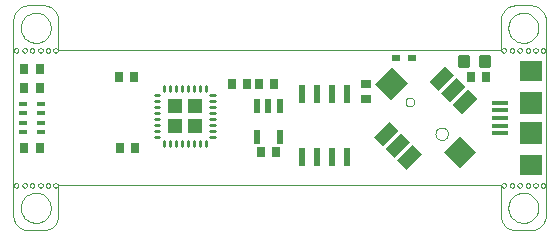
<source format=gtp>
G75*
%MOIN*%
%OFA0B0*%
%FSLAX24Y24*%
%IPPOS*%
%LPD*%
%AMOC8*
5,1,8,0,0,1.08239X$1,22.5*
%
%ADD10C,0.0000*%
%ADD11R,0.0728X0.0433*%
%ADD12R,0.0787X0.0748*%
%ADD13R,0.0551X0.0138*%
%ADD14R,0.0748X0.0709*%
%ADD15R,0.0748X0.0748*%
%ADD16R,0.0236X0.0610*%
%ADD17R,0.0217X0.0472*%
%ADD18C,0.0118*%
%ADD19R,0.0276X0.0197*%
%ADD20R,0.0276X0.0354*%
%ADD21R,0.0354X0.0276*%
%ADD22C,0.0089*%
%ADD23R,0.0492X0.0492*%
%ADD24R,0.0276X0.0177*%
D10*
X004943Y002893D02*
X005443Y002893D01*
X005487Y002895D01*
X005530Y002901D01*
X005572Y002910D01*
X005614Y002923D01*
X005654Y002940D01*
X005693Y002960D01*
X005730Y002983D01*
X005764Y003010D01*
X005797Y003039D01*
X005826Y003072D01*
X005853Y003106D01*
X005876Y003143D01*
X005896Y003182D01*
X005913Y003222D01*
X005926Y003264D01*
X005935Y003306D01*
X005941Y003349D01*
X005943Y003393D01*
X005943Y004393D01*
X020693Y004393D01*
X020693Y003393D01*
X020695Y003349D01*
X020701Y003306D01*
X020710Y003264D01*
X020723Y003222D01*
X020740Y003182D01*
X020760Y003143D01*
X020783Y003106D01*
X020810Y003072D01*
X020839Y003039D01*
X020872Y003010D01*
X020906Y002983D01*
X020943Y002960D01*
X020982Y002940D01*
X021022Y002923D01*
X021064Y002910D01*
X021106Y002901D01*
X021149Y002895D01*
X021193Y002893D01*
X021693Y002893D01*
X021737Y002895D01*
X021780Y002901D01*
X021822Y002910D01*
X021864Y002923D01*
X021904Y002940D01*
X021943Y002960D01*
X021980Y002983D01*
X022014Y003010D01*
X022047Y003039D01*
X022076Y003072D01*
X022103Y003106D01*
X022126Y003143D01*
X022146Y003182D01*
X022163Y003222D01*
X022176Y003264D01*
X022185Y003306D01*
X022191Y003349D01*
X022193Y003393D01*
X022193Y009893D01*
X022191Y009937D01*
X022185Y009980D01*
X022176Y010022D01*
X022163Y010064D01*
X022146Y010104D01*
X022126Y010143D01*
X022103Y010180D01*
X022076Y010214D01*
X022047Y010247D01*
X022014Y010276D01*
X021980Y010303D01*
X021943Y010326D01*
X021904Y010346D01*
X021864Y010363D01*
X021822Y010376D01*
X021780Y010385D01*
X021737Y010391D01*
X021693Y010393D01*
X021193Y010393D01*
X021149Y010391D01*
X021106Y010385D01*
X021064Y010376D01*
X021022Y010363D01*
X020982Y010346D01*
X020943Y010326D01*
X020906Y010303D01*
X020872Y010276D01*
X020839Y010247D01*
X020810Y010214D01*
X020783Y010180D01*
X020760Y010143D01*
X020740Y010104D01*
X020723Y010064D01*
X020710Y010022D01*
X020701Y009980D01*
X020695Y009937D01*
X020693Y009893D01*
X020693Y008893D01*
X005943Y008893D01*
X005943Y009893D01*
X005941Y009937D01*
X005935Y009980D01*
X005926Y010022D01*
X005913Y010064D01*
X005896Y010104D01*
X005876Y010143D01*
X005853Y010180D01*
X005826Y010214D01*
X005797Y010247D01*
X005764Y010276D01*
X005730Y010303D01*
X005693Y010326D01*
X005654Y010346D01*
X005614Y010363D01*
X005572Y010376D01*
X005530Y010385D01*
X005487Y010391D01*
X005443Y010393D01*
X004943Y010393D01*
X004899Y010391D01*
X004856Y010385D01*
X004814Y010376D01*
X004772Y010363D01*
X004732Y010346D01*
X004693Y010326D01*
X004656Y010303D01*
X004622Y010276D01*
X004589Y010247D01*
X004560Y010214D01*
X004533Y010180D01*
X004510Y010143D01*
X004490Y010104D01*
X004473Y010064D01*
X004460Y010022D01*
X004451Y009980D01*
X004445Y009937D01*
X004443Y009893D01*
X004443Y003393D01*
X004445Y003349D01*
X004451Y003306D01*
X004460Y003264D01*
X004473Y003222D01*
X004490Y003182D01*
X004510Y003143D01*
X004533Y003106D01*
X004560Y003072D01*
X004589Y003039D01*
X004622Y003010D01*
X004656Y002983D01*
X004693Y002960D01*
X004732Y002940D01*
X004772Y002923D01*
X004814Y002910D01*
X004856Y002901D01*
X004899Y002895D01*
X004943Y002893D01*
X004693Y003643D02*
X004695Y003687D01*
X004701Y003731D01*
X004711Y003774D01*
X004724Y003816D01*
X004741Y003857D01*
X004762Y003896D01*
X004786Y003933D01*
X004813Y003968D01*
X004843Y004000D01*
X004876Y004030D01*
X004912Y004056D01*
X004949Y004080D01*
X004989Y004099D01*
X005030Y004116D01*
X005073Y004128D01*
X005116Y004137D01*
X005160Y004142D01*
X005204Y004143D01*
X005248Y004140D01*
X005292Y004133D01*
X005335Y004122D01*
X005377Y004108D01*
X005417Y004090D01*
X005456Y004068D01*
X005492Y004044D01*
X005526Y004016D01*
X005558Y003985D01*
X005587Y003951D01*
X005613Y003915D01*
X005635Y003877D01*
X005654Y003837D01*
X005669Y003795D01*
X005681Y003753D01*
X005689Y003709D01*
X005693Y003665D01*
X005693Y003621D01*
X005689Y003577D01*
X005681Y003533D01*
X005669Y003491D01*
X005654Y003449D01*
X005635Y003409D01*
X005613Y003371D01*
X005587Y003335D01*
X005558Y003301D01*
X005526Y003270D01*
X005492Y003242D01*
X005456Y003218D01*
X005417Y003196D01*
X005377Y003178D01*
X005335Y003164D01*
X005292Y003153D01*
X005248Y003146D01*
X005204Y003143D01*
X005160Y003144D01*
X005116Y003149D01*
X005073Y003158D01*
X005030Y003170D01*
X004989Y003187D01*
X004949Y003206D01*
X004912Y003230D01*
X004876Y003256D01*
X004843Y003286D01*
X004813Y003318D01*
X004786Y003353D01*
X004762Y003390D01*
X004741Y003429D01*
X004724Y003470D01*
X004711Y003512D01*
X004701Y003555D01*
X004695Y003599D01*
X004693Y003643D01*
X004743Y004393D02*
X004745Y004410D01*
X004750Y004426D01*
X004759Y004440D01*
X004771Y004452D01*
X004785Y004461D01*
X004801Y004466D01*
X004818Y004468D01*
X004835Y004466D01*
X004851Y004461D01*
X004865Y004452D01*
X004877Y004440D01*
X004886Y004426D01*
X004891Y004410D01*
X004893Y004393D01*
X004891Y004376D01*
X004886Y004360D01*
X004877Y004346D01*
X004865Y004334D01*
X004851Y004325D01*
X004835Y004320D01*
X004818Y004318D01*
X004801Y004320D01*
X004785Y004325D01*
X004771Y004334D01*
X004759Y004346D01*
X004750Y004360D01*
X004745Y004376D01*
X004743Y004393D01*
X004462Y004393D02*
X004464Y004410D01*
X004469Y004426D01*
X004478Y004440D01*
X004490Y004452D01*
X004504Y004461D01*
X004520Y004466D01*
X004537Y004468D01*
X004554Y004466D01*
X004570Y004461D01*
X004584Y004452D01*
X004596Y004440D01*
X004605Y004426D01*
X004610Y004410D01*
X004612Y004393D01*
X004610Y004376D01*
X004605Y004360D01*
X004596Y004346D01*
X004584Y004334D01*
X004570Y004325D01*
X004554Y004320D01*
X004537Y004318D01*
X004520Y004320D01*
X004504Y004325D01*
X004490Y004334D01*
X004478Y004346D01*
X004469Y004360D01*
X004464Y004376D01*
X004462Y004393D01*
X004993Y004393D02*
X004995Y004410D01*
X005000Y004426D01*
X005009Y004440D01*
X005021Y004452D01*
X005035Y004461D01*
X005051Y004466D01*
X005068Y004468D01*
X005085Y004466D01*
X005101Y004461D01*
X005115Y004452D01*
X005127Y004440D01*
X005136Y004426D01*
X005141Y004410D01*
X005143Y004393D01*
X005141Y004376D01*
X005136Y004360D01*
X005127Y004346D01*
X005115Y004334D01*
X005101Y004325D01*
X005085Y004320D01*
X005068Y004318D01*
X005051Y004320D01*
X005035Y004325D01*
X005021Y004334D01*
X005009Y004346D01*
X005000Y004360D01*
X004995Y004376D01*
X004993Y004393D01*
X005274Y004393D02*
X005276Y004410D01*
X005281Y004426D01*
X005290Y004440D01*
X005302Y004452D01*
X005316Y004461D01*
X005332Y004466D01*
X005349Y004468D01*
X005366Y004466D01*
X005382Y004461D01*
X005396Y004452D01*
X005408Y004440D01*
X005417Y004426D01*
X005422Y004410D01*
X005424Y004393D01*
X005422Y004376D01*
X005417Y004360D01*
X005408Y004346D01*
X005396Y004334D01*
X005382Y004325D01*
X005366Y004320D01*
X005349Y004318D01*
X005332Y004320D01*
X005316Y004325D01*
X005302Y004334D01*
X005290Y004346D01*
X005281Y004360D01*
X005276Y004376D01*
X005274Y004393D01*
X005524Y004393D02*
X005526Y004410D01*
X005531Y004426D01*
X005540Y004440D01*
X005552Y004452D01*
X005566Y004461D01*
X005582Y004466D01*
X005599Y004468D01*
X005616Y004466D01*
X005632Y004461D01*
X005646Y004452D01*
X005658Y004440D01*
X005667Y004426D01*
X005672Y004410D01*
X005674Y004393D01*
X005672Y004376D01*
X005667Y004360D01*
X005658Y004346D01*
X005646Y004334D01*
X005632Y004325D01*
X005616Y004320D01*
X005599Y004318D01*
X005582Y004320D01*
X005566Y004325D01*
X005552Y004334D01*
X005540Y004346D01*
X005531Y004360D01*
X005526Y004376D01*
X005524Y004393D01*
X005774Y004393D02*
X005776Y004410D01*
X005781Y004426D01*
X005790Y004440D01*
X005802Y004452D01*
X005816Y004461D01*
X005832Y004466D01*
X005849Y004468D01*
X005866Y004466D01*
X005882Y004461D01*
X005896Y004452D01*
X005908Y004440D01*
X005917Y004426D01*
X005922Y004410D01*
X005924Y004393D01*
X005922Y004376D01*
X005917Y004360D01*
X005908Y004346D01*
X005896Y004334D01*
X005882Y004325D01*
X005866Y004320D01*
X005849Y004318D01*
X005832Y004320D01*
X005816Y004325D01*
X005802Y004334D01*
X005790Y004346D01*
X005781Y004360D01*
X005776Y004376D01*
X005774Y004393D01*
X005774Y008893D02*
X005776Y008910D01*
X005781Y008926D01*
X005790Y008940D01*
X005802Y008952D01*
X005816Y008961D01*
X005832Y008966D01*
X005849Y008968D01*
X005866Y008966D01*
X005882Y008961D01*
X005896Y008952D01*
X005908Y008940D01*
X005917Y008926D01*
X005922Y008910D01*
X005924Y008893D01*
X005922Y008876D01*
X005917Y008860D01*
X005908Y008846D01*
X005896Y008834D01*
X005882Y008825D01*
X005866Y008820D01*
X005849Y008818D01*
X005832Y008820D01*
X005816Y008825D01*
X005802Y008834D01*
X005790Y008846D01*
X005781Y008860D01*
X005776Y008876D01*
X005774Y008893D01*
X005524Y008893D02*
X005526Y008910D01*
X005531Y008926D01*
X005540Y008940D01*
X005552Y008952D01*
X005566Y008961D01*
X005582Y008966D01*
X005599Y008968D01*
X005616Y008966D01*
X005632Y008961D01*
X005646Y008952D01*
X005658Y008940D01*
X005667Y008926D01*
X005672Y008910D01*
X005674Y008893D01*
X005672Y008876D01*
X005667Y008860D01*
X005658Y008846D01*
X005646Y008834D01*
X005632Y008825D01*
X005616Y008820D01*
X005599Y008818D01*
X005582Y008820D01*
X005566Y008825D01*
X005552Y008834D01*
X005540Y008846D01*
X005531Y008860D01*
X005526Y008876D01*
X005524Y008893D01*
X005274Y008893D02*
X005276Y008910D01*
X005281Y008926D01*
X005290Y008940D01*
X005302Y008952D01*
X005316Y008961D01*
X005332Y008966D01*
X005349Y008968D01*
X005366Y008966D01*
X005382Y008961D01*
X005396Y008952D01*
X005408Y008940D01*
X005417Y008926D01*
X005422Y008910D01*
X005424Y008893D01*
X005422Y008876D01*
X005417Y008860D01*
X005408Y008846D01*
X005396Y008834D01*
X005382Y008825D01*
X005366Y008820D01*
X005349Y008818D01*
X005332Y008820D01*
X005316Y008825D01*
X005302Y008834D01*
X005290Y008846D01*
X005281Y008860D01*
X005276Y008876D01*
X005274Y008893D01*
X004993Y008893D02*
X004995Y008910D01*
X005000Y008926D01*
X005009Y008940D01*
X005021Y008952D01*
X005035Y008961D01*
X005051Y008966D01*
X005068Y008968D01*
X005085Y008966D01*
X005101Y008961D01*
X005115Y008952D01*
X005127Y008940D01*
X005136Y008926D01*
X005141Y008910D01*
X005143Y008893D01*
X005141Y008876D01*
X005136Y008860D01*
X005127Y008846D01*
X005115Y008834D01*
X005101Y008825D01*
X005085Y008820D01*
X005068Y008818D01*
X005051Y008820D01*
X005035Y008825D01*
X005021Y008834D01*
X005009Y008846D01*
X005000Y008860D01*
X004995Y008876D01*
X004993Y008893D01*
X004743Y008893D02*
X004745Y008910D01*
X004750Y008926D01*
X004759Y008940D01*
X004771Y008952D01*
X004785Y008961D01*
X004801Y008966D01*
X004818Y008968D01*
X004835Y008966D01*
X004851Y008961D01*
X004865Y008952D01*
X004877Y008940D01*
X004886Y008926D01*
X004891Y008910D01*
X004893Y008893D01*
X004891Y008876D01*
X004886Y008860D01*
X004877Y008846D01*
X004865Y008834D01*
X004851Y008825D01*
X004835Y008820D01*
X004818Y008818D01*
X004801Y008820D01*
X004785Y008825D01*
X004771Y008834D01*
X004759Y008846D01*
X004750Y008860D01*
X004745Y008876D01*
X004743Y008893D01*
X004462Y008893D02*
X004464Y008910D01*
X004469Y008926D01*
X004478Y008940D01*
X004490Y008952D01*
X004504Y008961D01*
X004520Y008966D01*
X004537Y008968D01*
X004554Y008966D01*
X004570Y008961D01*
X004584Y008952D01*
X004596Y008940D01*
X004605Y008926D01*
X004610Y008910D01*
X004612Y008893D01*
X004610Y008876D01*
X004605Y008860D01*
X004596Y008846D01*
X004584Y008834D01*
X004570Y008825D01*
X004554Y008820D01*
X004537Y008818D01*
X004520Y008820D01*
X004504Y008825D01*
X004490Y008834D01*
X004478Y008846D01*
X004469Y008860D01*
X004464Y008876D01*
X004462Y008893D01*
X004693Y009643D02*
X004695Y009687D01*
X004701Y009731D01*
X004711Y009774D01*
X004724Y009816D01*
X004741Y009857D01*
X004762Y009896D01*
X004786Y009933D01*
X004813Y009968D01*
X004843Y010000D01*
X004876Y010030D01*
X004912Y010056D01*
X004949Y010080D01*
X004989Y010099D01*
X005030Y010116D01*
X005073Y010128D01*
X005116Y010137D01*
X005160Y010142D01*
X005204Y010143D01*
X005248Y010140D01*
X005292Y010133D01*
X005335Y010122D01*
X005377Y010108D01*
X005417Y010090D01*
X005456Y010068D01*
X005492Y010044D01*
X005526Y010016D01*
X005558Y009985D01*
X005587Y009951D01*
X005613Y009915D01*
X005635Y009877D01*
X005654Y009837D01*
X005669Y009795D01*
X005681Y009753D01*
X005689Y009709D01*
X005693Y009665D01*
X005693Y009621D01*
X005689Y009577D01*
X005681Y009533D01*
X005669Y009491D01*
X005654Y009449D01*
X005635Y009409D01*
X005613Y009371D01*
X005587Y009335D01*
X005558Y009301D01*
X005526Y009270D01*
X005492Y009242D01*
X005456Y009218D01*
X005417Y009196D01*
X005377Y009178D01*
X005335Y009164D01*
X005292Y009153D01*
X005248Y009146D01*
X005204Y009143D01*
X005160Y009144D01*
X005116Y009149D01*
X005073Y009158D01*
X005030Y009170D01*
X004989Y009187D01*
X004949Y009206D01*
X004912Y009230D01*
X004876Y009256D01*
X004843Y009286D01*
X004813Y009318D01*
X004786Y009353D01*
X004762Y009390D01*
X004741Y009429D01*
X004724Y009470D01*
X004711Y009512D01*
X004701Y009555D01*
X004695Y009599D01*
X004693Y009643D01*
X017516Y007172D02*
X017518Y007196D01*
X017524Y007219D01*
X017533Y007241D01*
X017546Y007261D01*
X017561Y007279D01*
X017580Y007294D01*
X017601Y007306D01*
X017623Y007314D01*
X017646Y007319D01*
X017670Y007320D01*
X017694Y007317D01*
X017716Y007310D01*
X017738Y007300D01*
X017758Y007287D01*
X017775Y007270D01*
X017789Y007251D01*
X017800Y007230D01*
X017808Y007207D01*
X017812Y007184D01*
X017812Y007160D01*
X017808Y007137D01*
X017800Y007114D01*
X017789Y007093D01*
X017775Y007074D01*
X017758Y007057D01*
X017738Y007044D01*
X017716Y007034D01*
X017694Y007027D01*
X017670Y007024D01*
X017646Y007025D01*
X017623Y007030D01*
X017601Y007038D01*
X017580Y007050D01*
X017561Y007065D01*
X017546Y007083D01*
X017533Y007103D01*
X017524Y007125D01*
X017518Y007148D01*
X017516Y007172D01*
X018515Y006114D02*
X018517Y006142D01*
X018523Y006170D01*
X018532Y006196D01*
X018545Y006222D01*
X018561Y006245D01*
X018581Y006265D01*
X018603Y006283D01*
X018627Y006298D01*
X018653Y006309D01*
X018680Y006317D01*
X018708Y006321D01*
X018736Y006321D01*
X018764Y006317D01*
X018791Y006309D01*
X018817Y006298D01*
X018841Y006283D01*
X018863Y006265D01*
X018883Y006245D01*
X018899Y006222D01*
X018912Y006196D01*
X018921Y006170D01*
X018927Y006142D01*
X018929Y006114D01*
X018927Y006086D01*
X018921Y006058D01*
X018912Y006032D01*
X018899Y006006D01*
X018883Y005983D01*
X018863Y005963D01*
X018841Y005945D01*
X018817Y005930D01*
X018791Y005919D01*
X018764Y005911D01*
X018736Y005907D01*
X018708Y005907D01*
X018680Y005911D01*
X018653Y005919D01*
X018627Y005930D01*
X018603Y005945D01*
X018581Y005963D01*
X018561Y005983D01*
X018545Y006006D01*
X018532Y006032D01*
X018523Y006058D01*
X018517Y006086D01*
X018515Y006114D01*
X020712Y004393D02*
X020714Y004410D01*
X020719Y004426D01*
X020728Y004440D01*
X020740Y004452D01*
X020754Y004461D01*
X020770Y004466D01*
X020787Y004468D01*
X020804Y004466D01*
X020820Y004461D01*
X020834Y004452D01*
X020846Y004440D01*
X020855Y004426D01*
X020860Y004410D01*
X020862Y004393D01*
X020860Y004376D01*
X020855Y004360D01*
X020846Y004346D01*
X020834Y004334D01*
X020820Y004325D01*
X020804Y004320D01*
X020787Y004318D01*
X020770Y004320D01*
X020754Y004325D01*
X020740Y004334D01*
X020728Y004346D01*
X020719Y004360D01*
X020714Y004376D01*
X020712Y004393D01*
X020993Y004393D02*
X020995Y004410D01*
X021000Y004426D01*
X021009Y004440D01*
X021021Y004452D01*
X021035Y004461D01*
X021051Y004466D01*
X021068Y004468D01*
X021085Y004466D01*
X021101Y004461D01*
X021115Y004452D01*
X021127Y004440D01*
X021136Y004426D01*
X021141Y004410D01*
X021143Y004393D01*
X021141Y004376D01*
X021136Y004360D01*
X021127Y004346D01*
X021115Y004334D01*
X021101Y004325D01*
X021085Y004320D01*
X021068Y004318D01*
X021051Y004320D01*
X021035Y004325D01*
X021021Y004334D01*
X021009Y004346D01*
X021000Y004360D01*
X020995Y004376D01*
X020993Y004393D01*
X021243Y004393D02*
X021245Y004410D01*
X021250Y004426D01*
X021259Y004440D01*
X021271Y004452D01*
X021285Y004461D01*
X021301Y004466D01*
X021318Y004468D01*
X021335Y004466D01*
X021351Y004461D01*
X021365Y004452D01*
X021377Y004440D01*
X021386Y004426D01*
X021391Y004410D01*
X021393Y004393D01*
X021391Y004376D01*
X021386Y004360D01*
X021377Y004346D01*
X021365Y004334D01*
X021351Y004325D01*
X021335Y004320D01*
X021318Y004318D01*
X021301Y004320D01*
X021285Y004325D01*
X021271Y004334D01*
X021259Y004346D01*
X021250Y004360D01*
X021245Y004376D01*
X021243Y004393D01*
X021524Y004393D02*
X021526Y004410D01*
X021531Y004426D01*
X021540Y004440D01*
X021552Y004452D01*
X021566Y004461D01*
X021582Y004466D01*
X021599Y004468D01*
X021616Y004466D01*
X021632Y004461D01*
X021646Y004452D01*
X021658Y004440D01*
X021667Y004426D01*
X021672Y004410D01*
X021674Y004393D01*
X021672Y004376D01*
X021667Y004360D01*
X021658Y004346D01*
X021646Y004334D01*
X021632Y004325D01*
X021616Y004320D01*
X021599Y004318D01*
X021582Y004320D01*
X021566Y004325D01*
X021552Y004334D01*
X021540Y004346D01*
X021531Y004360D01*
X021526Y004376D01*
X021524Y004393D01*
X021774Y004393D02*
X021776Y004410D01*
X021781Y004426D01*
X021790Y004440D01*
X021802Y004452D01*
X021816Y004461D01*
X021832Y004466D01*
X021849Y004468D01*
X021866Y004466D01*
X021882Y004461D01*
X021896Y004452D01*
X021908Y004440D01*
X021917Y004426D01*
X021922Y004410D01*
X021924Y004393D01*
X021922Y004376D01*
X021917Y004360D01*
X021908Y004346D01*
X021896Y004334D01*
X021882Y004325D01*
X021866Y004320D01*
X021849Y004318D01*
X021832Y004320D01*
X021816Y004325D01*
X021802Y004334D01*
X021790Y004346D01*
X021781Y004360D01*
X021776Y004376D01*
X021774Y004393D01*
X022024Y004393D02*
X022026Y004410D01*
X022031Y004426D01*
X022040Y004440D01*
X022052Y004452D01*
X022066Y004461D01*
X022082Y004466D01*
X022099Y004468D01*
X022116Y004466D01*
X022132Y004461D01*
X022146Y004452D01*
X022158Y004440D01*
X022167Y004426D01*
X022172Y004410D01*
X022174Y004393D01*
X022172Y004376D01*
X022167Y004360D01*
X022158Y004346D01*
X022146Y004334D01*
X022132Y004325D01*
X022116Y004320D01*
X022099Y004318D01*
X022082Y004320D01*
X022066Y004325D01*
X022052Y004334D01*
X022040Y004346D01*
X022031Y004360D01*
X022026Y004376D01*
X022024Y004393D01*
X020943Y003643D02*
X020945Y003687D01*
X020951Y003731D01*
X020961Y003774D01*
X020974Y003816D01*
X020991Y003857D01*
X021012Y003896D01*
X021036Y003933D01*
X021063Y003968D01*
X021093Y004000D01*
X021126Y004030D01*
X021162Y004056D01*
X021199Y004080D01*
X021239Y004099D01*
X021280Y004116D01*
X021323Y004128D01*
X021366Y004137D01*
X021410Y004142D01*
X021454Y004143D01*
X021498Y004140D01*
X021542Y004133D01*
X021585Y004122D01*
X021627Y004108D01*
X021667Y004090D01*
X021706Y004068D01*
X021742Y004044D01*
X021776Y004016D01*
X021808Y003985D01*
X021837Y003951D01*
X021863Y003915D01*
X021885Y003877D01*
X021904Y003837D01*
X021919Y003795D01*
X021931Y003753D01*
X021939Y003709D01*
X021943Y003665D01*
X021943Y003621D01*
X021939Y003577D01*
X021931Y003533D01*
X021919Y003491D01*
X021904Y003449D01*
X021885Y003409D01*
X021863Y003371D01*
X021837Y003335D01*
X021808Y003301D01*
X021776Y003270D01*
X021742Y003242D01*
X021706Y003218D01*
X021667Y003196D01*
X021627Y003178D01*
X021585Y003164D01*
X021542Y003153D01*
X021498Y003146D01*
X021454Y003143D01*
X021410Y003144D01*
X021366Y003149D01*
X021323Y003158D01*
X021280Y003170D01*
X021239Y003187D01*
X021199Y003206D01*
X021162Y003230D01*
X021126Y003256D01*
X021093Y003286D01*
X021063Y003318D01*
X021036Y003353D01*
X021012Y003390D01*
X020991Y003429D01*
X020974Y003470D01*
X020961Y003512D01*
X020951Y003555D01*
X020945Y003599D01*
X020943Y003643D01*
X020993Y008893D02*
X020995Y008910D01*
X021000Y008926D01*
X021009Y008940D01*
X021021Y008952D01*
X021035Y008961D01*
X021051Y008966D01*
X021068Y008968D01*
X021085Y008966D01*
X021101Y008961D01*
X021115Y008952D01*
X021127Y008940D01*
X021136Y008926D01*
X021141Y008910D01*
X021143Y008893D01*
X021141Y008876D01*
X021136Y008860D01*
X021127Y008846D01*
X021115Y008834D01*
X021101Y008825D01*
X021085Y008820D01*
X021068Y008818D01*
X021051Y008820D01*
X021035Y008825D01*
X021021Y008834D01*
X021009Y008846D01*
X021000Y008860D01*
X020995Y008876D01*
X020993Y008893D01*
X020712Y008893D02*
X020714Y008910D01*
X020719Y008926D01*
X020728Y008940D01*
X020740Y008952D01*
X020754Y008961D01*
X020770Y008966D01*
X020787Y008968D01*
X020804Y008966D01*
X020820Y008961D01*
X020834Y008952D01*
X020846Y008940D01*
X020855Y008926D01*
X020860Y008910D01*
X020862Y008893D01*
X020860Y008876D01*
X020855Y008860D01*
X020846Y008846D01*
X020834Y008834D01*
X020820Y008825D01*
X020804Y008820D01*
X020787Y008818D01*
X020770Y008820D01*
X020754Y008825D01*
X020740Y008834D01*
X020728Y008846D01*
X020719Y008860D01*
X020714Y008876D01*
X020712Y008893D01*
X021243Y008893D02*
X021245Y008910D01*
X021250Y008926D01*
X021259Y008940D01*
X021271Y008952D01*
X021285Y008961D01*
X021301Y008966D01*
X021318Y008968D01*
X021335Y008966D01*
X021351Y008961D01*
X021365Y008952D01*
X021377Y008940D01*
X021386Y008926D01*
X021391Y008910D01*
X021393Y008893D01*
X021391Y008876D01*
X021386Y008860D01*
X021377Y008846D01*
X021365Y008834D01*
X021351Y008825D01*
X021335Y008820D01*
X021318Y008818D01*
X021301Y008820D01*
X021285Y008825D01*
X021271Y008834D01*
X021259Y008846D01*
X021250Y008860D01*
X021245Y008876D01*
X021243Y008893D01*
X021524Y008893D02*
X021526Y008910D01*
X021531Y008926D01*
X021540Y008940D01*
X021552Y008952D01*
X021566Y008961D01*
X021582Y008966D01*
X021599Y008968D01*
X021616Y008966D01*
X021632Y008961D01*
X021646Y008952D01*
X021658Y008940D01*
X021667Y008926D01*
X021672Y008910D01*
X021674Y008893D01*
X021672Y008876D01*
X021667Y008860D01*
X021658Y008846D01*
X021646Y008834D01*
X021632Y008825D01*
X021616Y008820D01*
X021599Y008818D01*
X021582Y008820D01*
X021566Y008825D01*
X021552Y008834D01*
X021540Y008846D01*
X021531Y008860D01*
X021526Y008876D01*
X021524Y008893D01*
X021774Y008893D02*
X021776Y008910D01*
X021781Y008926D01*
X021790Y008940D01*
X021802Y008952D01*
X021816Y008961D01*
X021832Y008966D01*
X021849Y008968D01*
X021866Y008966D01*
X021882Y008961D01*
X021896Y008952D01*
X021908Y008940D01*
X021917Y008926D01*
X021922Y008910D01*
X021924Y008893D01*
X021922Y008876D01*
X021917Y008860D01*
X021908Y008846D01*
X021896Y008834D01*
X021882Y008825D01*
X021866Y008820D01*
X021849Y008818D01*
X021832Y008820D01*
X021816Y008825D01*
X021802Y008834D01*
X021790Y008846D01*
X021781Y008860D01*
X021776Y008876D01*
X021774Y008893D01*
X022024Y008893D02*
X022026Y008910D01*
X022031Y008926D01*
X022040Y008940D01*
X022052Y008952D01*
X022066Y008961D01*
X022082Y008966D01*
X022099Y008968D01*
X022116Y008966D01*
X022132Y008961D01*
X022146Y008952D01*
X022158Y008940D01*
X022167Y008926D01*
X022172Y008910D01*
X022174Y008893D01*
X022172Y008876D01*
X022167Y008860D01*
X022158Y008846D01*
X022146Y008834D01*
X022132Y008825D01*
X022116Y008820D01*
X022099Y008818D01*
X022082Y008820D01*
X022066Y008825D01*
X022052Y008834D01*
X022040Y008846D01*
X022031Y008860D01*
X022026Y008876D01*
X022024Y008893D01*
X020943Y009643D02*
X020945Y009687D01*
X020951Y009731D01*
X020961Y009774D01*
X020974Y009816D01*
X020991Y009857D01*
X021012Y009896D01*
X021036Y009933D01*
X021063Y009968D01*
X021093Y010000D01*
X021126Y010030D01*
X021162Y010056D01*
X021199Y010080D01*
X021239Y010099D01*
X021280Y010116D01*
X021323Y010128D01*
X021366Y010137D01*
X021410Y010142D01*
X021454Y010143D01*
X021498Y010140D01*
X021542Y010133D01*
X021585Y010122D01*
X021627Y010108D01*
X021667Y010090D01*
X021706Y010068D01*
X021742Y010044D01*
X021776Y010016D01*
X021808Y009985D01*
X021837Y009951D01*
X021863Y009915D01*
X021885Y009877D01*
X021904Y009837D01*
X021919Y009795D01*
X021931Y009753D01*
X021939Y009709D01*
X021943Y009665D01*
X021943Y009621D01*
X021939Y009577D01*
X021931Y009533D01*
X021919Y009491D01*
X021904Y009449D01*
X021885Y009409D01*
X021863Y009371D01*
X021837Y009335D01*
X021808Y009301D01*
X021776Y009270D01*
X021742Y009242D01*
X021706Y009218D01*
X021667Y009196D01*
X021627Y009178D01*
X021585Y009164D01*
X021542Y009153D01*
X021498Y009146D01*
X021454Y009143D01*
X021410Y009144D01*
X021366Y009149D01*
X021323Y009158D01*
X021280Y009170D01*
X021239Y009187D01*
X021199Y009206D01*
X021162Y009230D01*
X021126Y009256D01*
X021093Y009286D01*
X021063Y009318D01*
X021036Y009353D01*
X021012Y009390D01*
X020991Y009429D01*
X020974Y009470D01*
X020961Y009512D01*
X020951Y009555D01*
X020945Y009599D01*
X020943Y009643D01*
D11*
G36*
X019139Y008063D02*
X018625Y007549D01*
X018319Y007855D01*
X018833Y008369D01*
X019139Y008063D01*
G37*
G36*
X019528Y007673D02*
X019014Y007159D01*
X018708Y007465D01*
X019222Y007979D01*
X019528Y007673D01*
G37*
G36*
X019918Y007283D02*
X019404Y006769D01*
X019098Y007075D01*
X019612Y007589D01*
X019918Y007283D01*
G37*
G36*
X017677Y005822D02*
X017163Y005308D01*
X016857Y005614D01*
X017371Y006128D01*
X017677Y005822D01*
G37*
G36*
X018067Y005432D02*
X017553Y004918D01*
X017247Y005224D01*
X017761Y005738D01*
X018067Y005432D01*
G37*
G36*
X017287Y006211D02*
X016773Y005697D01*
X016467Y006003D01*
X016981Y006517D01*
X017287Y006211D01*
G37*
D12*
G36*
X019876Y005515D02*
X019321Y004960D01*
X018792Y005489D01*
X019347Y006044D01*
X019876Y005515D01*
G37*
G36*
X017593Y007798D02*
X017038Y007243D01*
X016509Y007772D01*
X017064Y008327D01*
X017593Y007798D01*
G37*
D13*
X020650Y007155D03*
X020650Y006899D03*
X020650Y006643D03*
X020650Y006387D03*
X020650Y006131D03*
D14*
X021693Y005069D03*
X021693Y008218D03*
D15*
X021693Y007143D03*
X021693Y006143D03*
D16*
X015568Y005326D03*
X015068Y005326D03*
X014568Y005326D03*
X014068Y005326D03*
X014068Y007452D03*
X014568Y007452D03*
X015068Y007452D03*
X015568Y007452D03*
D17*
X013317Y007030D03*
X012943Y007030D03*
X012569Y007030D03*
X012569Y006006D03*
X013317Y006006D03*
D18*
X019335Y008380D02*
X019335Y008656D01*
X019611Y008656D01*
X019611Y008380D01*
X019335Y008380D01*
X019335Y008497D02*
X019611Y008497D01*
X019611Y008614D02*
X019335Y008614D01*
X020025Y008656D02*
X020025Y008380D01*
X020025Y008656D02*
X020301Y008656D01*
X020301Y008380D01*
X020025Y008380D01*
X020025Y008497D02*
X020301Y008497D01*
X020301Y008614D02*
X020025Y008614D01*
D19*
X017718Y008643D03*
X017207Y008643D03*
D20*
X019687Y008018D03*
X020199Y008018D03*
X013136Y007768D03*
X012624Y007768D03*
X012230Y007768D03*
X011718Y007768D03*
X008480Y008018D03*
X007968Y008018D03*
X005324Y008268D03*
X004812Y008268D03*
X004812Y007643D03*
X005324Y007643D03*
X005324Y005643D03*
X004812Y005643D03*
X007999Y005643D03*
X008511Y005643D03*
X012687Y005518D03*
X013199Y005518D03*
D21*
X016193Y007262D03*
X016193Y007774D03*
D22*
X011166Y007395D02*
X011008Y007395D01*
X010851Y007552D02*
X010851Y007710D01*
X010654Y007710D02*
X010654Y007552D01*
X010457Y007552D02*
X010457Y007710D01*
X010260Y007710D02*
X010260Y007552D01*
X010063Y007552D02*
X010063Y007710D01*
X009866Y007710D02*
X009866Y007552D01*
X009669Y007552D02*
X009669Y007710D01*
X009473Y007710D02*
X009473Y007552D01*
X009315Y007395D02*
X009158Y007395D01*
X009158Y007198D02*
X009315Y007198D01*
X009315Y007001D02*
X009158Y007001D01*
X009158Y006804D02*
X009315Y006804D01*
X009315Y006607D02*
X009158Y006607D01*
X009158Y006411D02*
X009315Y006411D01*
X009315Y006214D02*
X009158Y006214D01*
X009158Y006017D02*
X009315Y006017D01*
X009473Y005859D02*
X009473Y005702D01*
X009669Y005702D02*
X009669Y005859D01*
X009866Y005859D02*
X009866Y005702D01*
X010063Y005702D02*
X010063Y005859D01*
X010260Y005859D02*
X010260Y005702D01*
X010457Y005702D02*
X010457Y005859D01*
X010654Y005859D02*
X010654Y005702D01*
X010851Y005702D02*
X010851Y005859D01*
X011008Y006017D02*
X011166Y006017D01*
X011166Y006214D02*
X011008Y006214D01*
X011008Y006411D02*
X011166Y006411D01*
X011166Y006607D02*
X011008Y006607D01*
X011008Y006804D02*
X011166Y006804D01*
X011166Y007001D02*
X011008Y007001D01*
X011008Y007198D02*
X011166Y007198D01*
D23*
X010506Y007050D03*
X009817Y007050D03*
X009817Y006361D03*
X010506Y006361D03*
D24*
X005373Y006486D03*
X005373Y006801D03*
X005373Y007116D03*
X004763Y007116D03*
X004763Y006801D03*
X004763Y006486D03*
X004763Y006171D03*
X005373Y006171D03*
M02*

</source>
